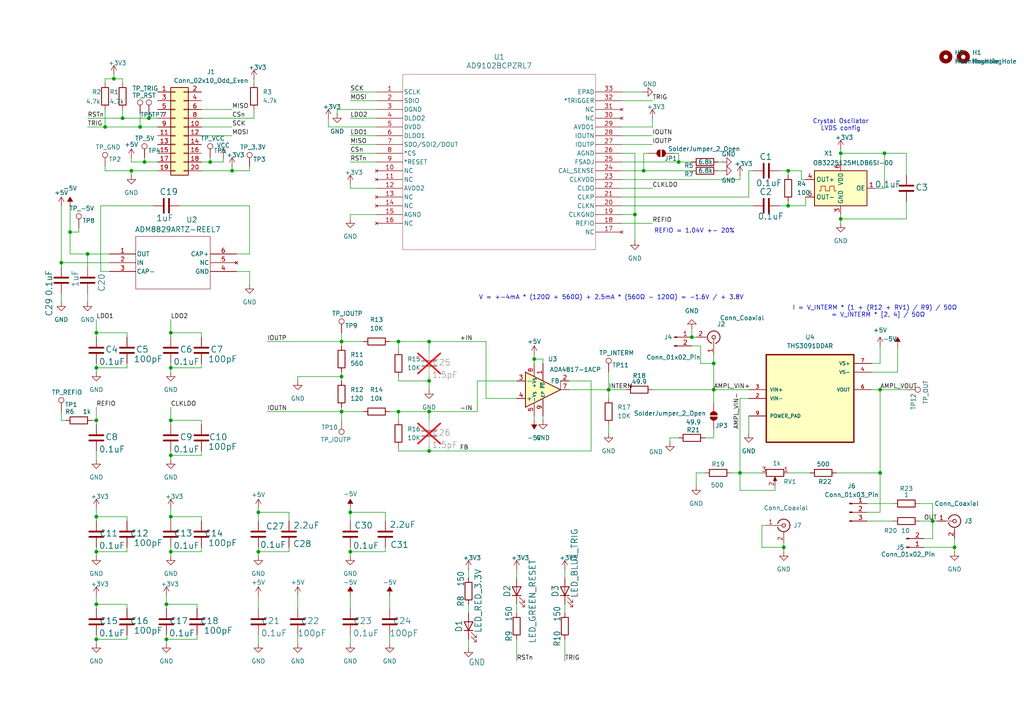
<source format=kicad_sch>
(kicad_sch (version 20231120) (generator "eeschema") (generator_version "8.0")
  (paper "A4")
  (title_block (title "Pico Glitcher Pulse Shaping Extension v1.1") (date "2024-12-27") (rev "v1.0") (company "Faulty Hardware") (comment 1 "Matthias Kesenheimer"))
  (junction (at 214.63 137.16))
  (junction (at 17.78 76.2))
  (junction (at 270.51 151.13))
  (junction (at 115.57 99.06))
  (junction (at 27.94 121.92))
  (junction (at 43.18 34.29))
  (junction (at 41.91 46.99))
  (junction (at 124.46 119.38))
  (junction (at 48.26 175.26))
  (junction (at 101.6 160.02))
  (junction (at 25.4 73.66))
  (junction (at 27.94 149.86))
  (junction (at 115.57 119.38))
  (junction (at 33.02 22.86))
  (junction (at 228.6 59.69))
  (junction (at 256.54 44.45))
  (junction (at 255.27 113.03))
  (junction (at 124.46 110.49))
  (junction (at 49.53 149.86))
  (junction (at 207.01 105.41))
  (junction (at 99.06 119.38))
  (junction (at 176.53 113.03))
  (junction (at 99.06 99.06))
  (junction (at 196.85 46.99))
  (junction (at 200.66 97.79))
  (junction (at 35.56 34.29))
  (junction (at 74.93 160.02))
  (junction (at 27.94 175.26))
  (junction (at 49.53 132.08))
  (junction (at 27.94 160.02))
  (junction (at 27.94 106.68))
  (junction (at 20.32 67.31))
  (junction (at 255.27 137.16))
  (junction (at 49.53 96.52))
  (junction (at 99.06 109.22))
  (junction (at 228.6 49.53))
  (junction (at 48.26 185.42))
  (junction (at 207.01 113.03))
  (junction (at 74.93 148.59))
  (junction (at 243.84 44.45))
  (junction (at 49.53 106.68))
  (junction (at 27.94 185.42))
  (junction (at 184.15 62.23))
  (junction (at 124.46 99.06))
  (junction (at 27.94 96.52))
  (junction (at 101.6 148.59))
  (junction (at 154.94 104.14))
  (junction (at 49.53 160.02))
  (junction (at 276.86 158.75))
  (junction (at 67.31 49.53))
  (junction (at 30.48 36.83))
  (junction (at 186.69 49.53))
  (junction (at 60.96 46.99))
  (junction (at 243.84 63.5))
  (junction (at 227.33 158.75))
  (junction (at 124.46 130.81))
  (junction (at 49.53 121.92))
  (junction (at 38.1 49.53))
  (junction (at 40.64 36.83))
  (wire (pts (xy 251.46 146.05) (xy 259.08 146.05)))
  (wire (pts (xy 115.57 119.38) (xy 115.57 121.92)))
  (wire (pts (xy 68.58 73.66) (xy 72.39 73.66)))
  (wire (pts (xy 73.66 34.29) (xy 73.66 31.75)))
  (wire (pts (xy 165.1 113.03) (xy 176.53 113.03)))
  (wire (pts (xy 207.01 105.41) (xy 207.01 113.03)))
  (wire (pts (xy 83.82 158.75) (xy 83.82 160.02)))
  (wire (pts (xy 99.06 119.38) (xy 105.41 119.38)))
  (wire (pts (xy 189.23 113.03) (xy 207.01 113.03)))
  (wire (pts (xy 233.68 59.69) (xy 228.6 59.69)))
  (wire (pts (xy 157.48 120.65) (xy 157.48 121.92)))
  (wire (pts (xy 180.34 52.07) (xy 214.63 52.07)))
  (wire (pts (xy 86.36 109.22) (xy 86.36 110.49)))
  (wire (pts (xy 115.57 109.22) (xy 115.57 110.49)))
  (wire (pts (xy 180.34 36.83) (xy 189.23 36.83)))
  (wire (pts (xy 180.34 26.67) (xy 186.69 26.67)))
  (wire (pts (xy 194.31 127) (xy 194.31 128.27)))
  (wire (pts (xy 113.03 184.15) (xy 113.03 186.69)))
  (wire (pts (xy 58.42 31.75) (xy 67.31 31.75)))
  (wire (pts (xy 27.94 106.68) (xy 27.94 107.95)))
  (wire (pts (xy 184.15 62.23) (xy 180.34 62.23)))
  (wire (pts (xy 27.94 185.42) (xy 27.94 186.69)))
  (wire (pts (xy 83.82 148.59) (xy 74.93 148.59)))
  (wire (pts (xy 36.83 184.15) (xy 36.83 185.42)))
  (wire (pts (xy 49.53 106.68) (xy 58.42 106.68)))
  (wire (pts (xy 200.66 100.33) (xy 203.2 100.33)))
  (wire (pts (xy 171.45 130.81) (xy 171.45 110.49)))
  (wire (pts (xy 176.53 113.03) (xy 176.53 115.57)))
  (wire (pts (xy 113.03 172.72) (xy 113.03 176.53)))
  (wire (pts (xy 222.25 152.4) (xy 220.98 152.4)))
  (wire (pts (xy 49.53 160.02) (xy 49.53 161.29)))
  (wire (pts (xy 207.01 124.46) (xy 207.01 127)))
  (wire (pts (xy 99.06 119.38) (xy 77.47 119.38)))
  (wire (pts (xy 27.94 175.26) (xy 27.94 176.53)))
  (wire (pts (xy 60.96 46.99) (xy 64.77 46.99)))
  (wire (pts (xy 72.39 48.26) (xy 72.39 49.53)))
  (wire (pts (xy 68.58 78.74) (xy 72.39 78.74)))
  (wire (pts (xy 17.78 121.92) (xy 19.05 121.92)))
  (wire (pts (xy 27.94 149.86) (xy 27.94 151.13)))
  (wire (pts (xy 43.18 33.02) (xy 43.18 34.29)))
  (wire (pts (xy 115.57 129.54) (xy 115.57 130.81)))
  (wire (pts (xy 140.97 115.57) (xy 140.97 99.06)))
  (wire (pts (xy 57.15 184.15) (xy 57.15 185.42)))
  (wire (pts (xy 35.56 22.86) (xy 35.56 24.13)))
  (wire (pts (xy 115.57 130.81) (xy 124.46 130.81)))
  (wire (pts (xy 180.34 44.45) (xy 184.15 44.45)))
  (wire (pts (xy 74.93 148.59) (xy 74.93 151.13)))
  (wire (pts (xy 58.42 97.79) (xy 58.42 96.52)))
  (wire (pts (xy 101.6 29.21) (xy 109.22 29.21)))
  (wire (pts (xy 49.53 147.32) (xy 49.53 149.86)))
  (wire (pts (xy 212.09 137.16) (xy 214.63 137.16)))
  (wire (pts (xy 276.86 158.75) (xy 276.86 160.02)))
  (wire (pts (xy 101.6 44.45) (xy 109.22 44.45)))
  (wire (pts (xy 49.53 160.02) (xy 58.42 160.02)))
  (wire (pts (xy 27.94 106.68) (xy 36.83 106.68)))
  (wire (pts (xy 27.94 96.52) (xy 27.94 97.79)))
  (wire (pts (xy 214.63 115.57) (xy 214.63 137.16)))
  (wire (pts (xy 180.34 54.61) (xy 189.23 54.61)))
  (wire (pts (xy 218.44 49.53) (xy 217.17 49.53)))
  (wire (pts (xy 27.94 158.75) (xy 27.94 160.02)))
  (wire (pts (xy 180.34 39.37) (xy 189.23 39.37)))
  (wire (pts (xy 17.78 59.69) (xy 17.78 76.2)))
  (wire (pts (xy 196.85 127) (xy 194.31 127)))
  (wire (pts (xy 115.57 99.06) (xy 115.57 101.6)))
  (wire (pts (xy 101.6 26.67) (xy 109.22 26.67)))
  (wire (pts (xy 140.97 115.57) (xy 149.86 115.57)))
  (wire (pts (xy 67.31 48.26) (xy 67.31 49.53)))
  (wire (pts (xy 41.91 45.72) (xy 41.91 46.99)))
  (wire (pts (xy 124.46 99.06) (xy 124.46 101.6)))
  (wire (pts (xy 226.06 59.69) (xy 228.6 59.69)))
  (wire (pts (xy 186.69 44.45) (xy 186.69 49.53)))
  (wire (pts (xy 195.58 44.45) (xy 196.85 44.45)))
  (wire (pts (xy 138.43 110.49) (xy 138.43 119.38)))
  (wire (pts (xy 49.53 149.86) (xy 58.42 149.86)))
  (wire (pts (xy 49.53 106.68) (xy 49.53 107.95)))
  (wire (pts (xy 58.42 105.41) (xy 58.42 106.68)))
  (wire (pts (xy 214.63 137.16) (xy 220.98 137.16)))
  (wire (pts (xy 33.02 22.86) (xy 35.56 22.86)))
  (wire (pts (xy 200.66 97.79) (xy 201.93 97.79)))
  (wire (pts (xy 232.41 52.07) (xy 232.41 49.53)))
  (wire (pts (xy 49.53 130.81) (xy 49.53 132.08)))
  (wire (pts (xy 115.57 119.38) (xy 124.46 119.38)))
  (wire (pts (xy 115.57 110.49) (xy 124.46 110.49)))
  (wire (pts (xy 256.54 44.45) (xy 256.54 54.61)))
  (wire (pts (xy 157.48 104.14) (xy 154.94 104.14)))
  (wire (pts (xy 72.39 49.53) (xy 67.31 49.53)))
  (wire (pts (xy 113.03 99.06) (xy 115.57 99.06)))
  (wire (pts (xy 48.26 172.72) (xy 48.26 175.26)))
  (wire (pts (xy 184.15 44.45) (xy 184.15 62.23)))
  (wire (pts (xy 64.77 45.72) (xy 64.77 46.99)))
  (wire (pts (xy 99.06 100.33) (xy 99.06 99.06)))
  (wire (pts (xy 207.01 102.87) (xy 207.01 105.41)))
  (wire (pts (xy 214.63 50.8) (xy 214.63 52.07)))
  (wire (pts (xy 27.94 172.72) (xy 27.94 175.26)))
  (wire (pts (xy 36.83 176.53) (xy 36.83 175.26)))
  (wire (pts (xy 196.85 46.99) (xy 200.66 46.99)))
  (wire (pts (xy 29.21 59.69) (xy 29.21 78.74)))
  (wire (pts (xy 27.94 121.92) (xy 27.94 123.19)))
  (wire (pts (xy 27.94 175.26) (xy 36.83 175.26)))
  (wire (pts (xy 73.66 22.86) (xy 73.66 24.13)))
  (wire (pts (xy 99.06 118.11) (xy 99.06 119.38)))
  (wire (pts (xy 176.53 113.03) (xy 181.61 113.03)))
  (wire (pts (xy 203.2 105.41) (xy 207.01 105.41)))
  (wire (pts (xy 267.97 156.21) (xy 270.51 156.21)))
  (wire (pts (xy 25.4 34.29) (xy 35.56 34.29)))
  (wire (pts (xy 49.53 96.52) (xy 58.42 96.52)))
  (wire (pts (xy 207.01 113.03) (xy 207.01 116.84)))
  (wire (pts (xy 44.45 59.69) (xy 29.21 59.69)))
  (wire (pts (xy 163.83 185.42) (xy 163.83 191.77)))
  (wire (pts (xy 101.6 172.72) (xy 101.6 176.53)))
  (wire (pts (xy 163.83 165.1) (xy 163.83 167.64)))
  (wire (pts (xy 217.17 49.53) (xy 217.17 57.15)))
  (wire (pts (xy 27.94 185.42) (xy 36.83 185.42)))
  (wire (pts (xy 38.1 49.53) (xy 38.1 50.8)))
  (wire (pts (xy 203.2 100.33) (xy 203.2 105.41)))
  (wire (pts (xy 26.67 121.92) (xy 27.94 121.92)))
  (wire (pts (xy 260.35 100.33) (xy 260.35 107.95)))
  (wire (pts (xy 101.6 41.91) (xy 109.22 41.91)))
  (wire (pts (xy 124.46 130.81) (xy 171.45 130.81)))
  (wire (pts (xy 17.78 77.47) (xy 17.78 76.2)))
  (wire (pts (xy 49.53 118.11) (xy 49.53 121.92)))
  (wire (pts (xy 74.93 158.75) (xy 74.93 160.02)))
  (wire (pts (xy 31.75 76.2) (xy 17.78 76.2)))
  (wire (pts (xy 254 54.61) (xy 256.54 54.61)))
  (wire (pts (xy 48.26 175.26) (xy 48.26 176.53)))
  (wire (pts (xy 124.46 119.38) (xy 124.46 121.92)))
  (wire (pts (xy 27.94 92.71) (xy 27.94 96.52)))
  (wire (pts (xy 27.94 149.86) (xy 36.83 149.86)))
  (wire (pts (xy 224.79 142.24) (xy 214.63 142.24)))
  (wire (pts (xy 29.21 78.74) (xy 31.75 78.74)))
  (wire (pts (xy 124.46 110.49) (xy 124.46 113.03)))
  (wire (pts (xy 101.6 46.99) (xy 109.22 46.99)))
  (wire (pts (xy 27.94 184.15) (xy 27.94 185.42)))
  (wire (pts (xy 58.42 123.19) (xy 58.42 121.92)))
  (wire (pts (xy 25.4 73.66) (xy 25.4 77.47)))
  (wire (pts (xy 27.94 160.02) (xy 36.83 160.02)))
  (wire (pts (xy 243.84 44.45) (xy 243.84 46.99)))
  (wire (pts (xy 95.25 34.29) (xy 95.25 36.83)))
  (wire (pts (xy 83.82 160.02) (xy 74.93 160.02)))
  (wire (pts (xy 74.93 160.02) (xy 74.93 161.29)))
  (wire (pts (xy 217.17 120.65) (xy 217.17 125.73)))
  (wire (pts (xy 27.94 160.02) (xy 27.94 161.29)))
  (wire (pts (xy 83.82 151.13) (xy 83.82 148.59)))
  (wire (pts (xy 109.22 54.61) (xy 101.6 54.61)))
  (wire (pts (xy 17.78 119.38) (xy 17.78 121.92)))
  (wire (pts (xy 101.6 160.02) (xy 101.6 161.29)))
  (wire (pts (xy 251.46 148.59) (xy 255.27 148.59)))
  (wire (pts (xy 36.83 97.79) (xy 36.83 96.52)))
  (wire (pts (xy 184.15 62.23) (xy 184.15 69.85)))
  (wire (pts (xy 208.28 46.99) (xy 209.55 46.99)))
  (wire (pts (xy 43.18 34.29) (xy 45.72 34.29)))
  (wire (pts (xy 255.27 148.59) (xy 255.27 137.16)))
  (wire (pts (xy 163.83 175.26) (xy 163.83 177.8)))
  (wire (pts (xy 48.26 185.42) (xy 57.15 185.42)))
  (wire (pts (xy 227.33 157.48) (xy 227.33 158.75)))
  (wire (pts (xy 48.26 184.15) (xy 48.26 185.42)))
  (wire (pts (xy 228.6 137.16) (xy 234.95 137.16)))
  (wire (pts (xy 220.98 158.75) (xy 227.33 158.75)))
  (wire (pts (xy 52.07 59.69) (xy 72.39 59.69)))
  (wire (pts (xy 252.73 113.03) (xy 255.27 113.03)))
  (wire (pts (xy 252.73 107.95) (xy 260.35 107.95)))
  (wire (pts (xy 49.53 158.75) (xy 49.53 160.02)))
  (wire (pts (xy 74.93 172.72) (xy 74.93 176.53)))
  (wire (pts (xy 86.36 184.15) (xy 86.36 186.69)))
  (wire (pts (xy 38.1 46.99) (xy 41.91 46.99)))
  (wire (pts (xy 31.75 73.66) (xy 25.4 73.66)))
  (wire (pts (xy 99.06 119.38) (xy 99.06 121.92)))
  (wire (pts (xy 176.53 107.95) (xy 176.53 113.03)))
  (wire (pts (xy 72.39 78.74) (xy 72.39 82.55)))
  (wire (pts (xy 58.42 151.13) (xy 58.42 149.86)))
  (wire (pts (xy 74.93 184.15) (xy 74.93 186.69)))
  (wire (pts (xy 214.63 115.57) (xy 217.17 115.57)))
  (wire (pts (xy 154.94 120.65) (xy 154.94 121.92)))
  (wire (pts (xy 49.53 149.86) (xy 49.53 151.13)))
  (wire (pts (xy 154.94 102.87) (xy 154.94 104.14)))
  (wire (pts (xy 30.48 36.83) (xy 30.48 31.75)))
  (wire (pts (xy 99.06 109.22) (xy 99.06 110.49)))
  (wire (pts (xy 124.46 110.49) (xy 124.46 109.22)))
  (wire (pts (xy 149.86 185.42) (xy 149.86 191.77)))
  (wire (pts (xy 74.93 147.32) (xy 74.93 148.59)))
  (wire (pts (xy 270.51 151.13) (xy 271.78 151.13)))
  (wire (pts (xy 267.97 158.75) (xy 276.86 158.75)))
  (wire (pts (xy 49.53 132.08) (xy 49.53 133.35)))
  (wire (pts (xy 243.84 62.23) (xy 243.84 63.5)))
  (wire (pts (xy 57.15 176.53) (xy 57.15 175.26)))
  (wire (pts (xy 124.46 99.06) (xy 140.97 99.06)))
  (wire (pts (xy 30.48 36.83) (xy 40.64 36.83)))
  (wire (pts (xy 99.06 107.95) (xy 99.06 109.22)))
  (wire (pts (xy 58.42 39.37) (xy 67.31 39.37)))
  (wire (pts (xy 180.34 49.53) (xy 186.69 49.53)))
  (wire (pts (xy 270.51 156.21) (xy 270.51 151.13)))
  (wire (pts (xy 101.6 39.37) (xy 109.22 39.37)))
  (wire (pts (xy 256.54 44.45) (xy 262.89 44.45)))
  (wire (pts (xy 200.66 95.25) (xy 200.66 97.79)))
  (wire (pts (xy 30.48 24.13) (xy 30.48 22.86)))
  (wire (pts (xy 30.48 49.53) (xy 38.1 49.53)))
  (wire (pts (xy 27.94 147.32) (xy 27.94 149.86)))
  (wire (pts (xy 35.56 31.75) (xy 35.56 34.29)))
  (wire (pts (xy 207.01 127) (xy 204.47 127)))
  (wire (pts (xy 201.93 137.16) (xy 204.47 137.16)))
  (wire (pts (xy 124.46 119.38) (xy 138.43 119.38)))
  (wire (pts (xy 58.42 49.53) (xy 67.31 49.53)))
  (wire (pts (xy 228.6 49.53) (xy 228.6 50.8)))
  (wire (pts (xy 60.96 45.72) (xy 60.96 46.99)))
  (wire (pts (xy 36.83 105.41) (xy 36.83 106.68)))
  (wire (pts (xy 262.89 50.8) (xy 262.89 44.45)))
  (wire (pts (xy 180.34 29.21) (xy 189.23 29.21)))
  (wire (pts (xy 58.42 130.81) (xy 58.42 132.08)))
  (wire (pts (xy 220.98 152.4) (xy 220.98 158.75)))
  (wire (pts (xy 99.06 99.06) (xy 105.41 99.06)))
  (wire (pts (xy 48.26 175.26) (xy 57.15 175.26)))
  (wire (pts (xy 58.42 36.83) (xy 67.31 36.83)))
  (wire (pts (xy 58.42 34.29) (xy 73.66 34.29)))
  (wire (pts (xy 20.32 67.31) (xy 20.32 73.66)))
  (wire (pts (xy 49.53 105.41) (xy 49.53 106.68)))
  (wire (pts (xy 17.78 85.09) (xy 17.78 87.63)))
  (wire (pts (xy 33.02 21.59) (xy 33.02 22.86)))
  (wire (pts (xy 36.83 158.75) (xy 36.83 160.02)))
  (wire (pts (xy 233.68 52.07) (xy 232.41 52.07)))
  (wire (pts (xy 196.85 44.45) (xy 196.85 46.99)))
  (wire (pts (xy 22.86 67.31) (xy 20.32 67.31)))
  (wire (pts (xy 25.4 85.09) (xy 25.4 87.63)))
  (wire (pts (xy 49.53 96.52) (xy 49.53 97.79)))
  (wire (pts (xy 180.34 57.15) (xy 217.17 57.15)))
  (wire (pts (xy 255.27 100.33) (xy 255.27 105.41)))
  (wire (pts (xy 86.36 172.72) (xy 86.36 176.53)))
  (wire (pts (xy 189.23 34.29) (xy 189.23 36.83)))
  (wire (pts (xy 180.34 59.69) (xy 218.44 59.69)))
  (wire (pts (xy 270.51 146.05) (xy 270.51 151.13)))
  (wire (pts (xy 101.6 62.23) (xy 101.6 63.5)))
  (wire (pts (xy 111.76 158.75) (xy 111.76 160.02)))
  (wire (pts (xy 77.47 99.06) (xy 99.06 99.06)))
  (wire (pts (xy 243.84 43.18) (xy 243.84 44.45)))
  (wire (pts (xy 224.79 142.24) (xy 224.79 140.97)))
  (wire (pts (xy 201.93 137.16) (xy 201.93 140.97)))
  (wire (pts (xy 48.26 185.42) (xy 48.26 186.69)))
  (wire (pts (xy 72.39 59.69) (xy 72.39 73.66)))
  (wire (pts (xy 49.53 121.92) (xy 49.53 123.19)))
  (wire (pts (xy 243.84 44.45) (xy 256.54 44.45)))
  (wire (pts (xy 233.68 57.15) (xy 233.68 59.69)))
  (wire (pts (xy 30.48 22.86) (xy 33.02 22.86)))
  (wire (pts (xy 165.1 110.49) (xy 171.45 110.49)))
  (wire (pts (xy 149.86 165.1) (xy 149.86 167.64)))
  (wire (pts (xy 232.41 49.53) (xy 228.6 49.53)))
  (wire (pts (xy 99.06 96.52) (xy 99.06 99.06)))
  (wire (pts (xy 111.76 148.59) (xy 111.76 151.13)))
  (wire (pts (xy 154.94 104.14) (xy 154.94 105.41)))
  (wire (pts (xy 266.7 146.05) (xy 270.51 146.05)))
  (wire (pts (xy 97.79 31.75) (xy 97.79 33.02)))
  (wire (pts (xy 101.6 53.34) (xy 101.6 54.61)))
  (wire (pts (xy 27.94 130.81) (xy 27.94 133.35)))
  (wire (pts (xy 49.53 92.71) (xy 49.53 96.52)))
  (wire (pts (xy 38.1 49.53) (xy 45.72 49.53)))
  (wire (pts (xy 111.76 160.02) (xy 101.6 160.02)))
  (wire (pts (xy 101.6 34.29) (xy 109.22 34.29)))
  (wire (pts (xy 113.03 119.38) (xy 115.57 119.38)))
  (wire (pts (xy 58.42 158.75) (xy 58.42 160.02)))
  (wire (pts (xy 262.89 63.5) (xy 243.84 63.5)))
  (wire (pts (xy 25.4 36.83) (xy 30.48 36.83)))
  (wire (pts (xy 40.64 33.02) (xy 40.64 36.83)))
  (wire (pts (xy 101.6 148.59) (xy 101.6 151.13)))
  (wire (pts (xy 149.86 175.26) (xy 149.86 177.8)))
  (wire (pts (xy 176.53 123.19) (xy 176.53 125.73)))
  (wire (pts (xy 109.22 31.75) (xy 97.79 31.75)))
  (wire (pts (xy 180.34 64.77) (xy 189.23 64.77)))
  (wire (pts (xy 138.43 110.49) (xy 149.86 110.49)))
  (wire (pts (xy 20.32 59.69) (xy 20.32 67.31)))
  (wire (pts (xy 49.53 132.08) (xy 58.42 132.08)))
  (wire (pts (xy 227.33 158.75) (xy 227.33 160.02)))
  (wire (pts (xy 36.83 151.13) (xy 36.83 149.86)))
  (wire (pts (xy 27.94 105.41) (xy 27.94 106.68)))
  (wire (pts (xy 255.27 113.03) (xy 262.89 113.03)))
  (wire (pts (xy 30.48 48.26) (xy 30.48 49.53)))
  (wire (pts (xy 276.86 156.21) (xy 276.86 158.75)))
  (wire (pts (xy 27.94 96.52) (xy 36.83 96.52)))
  (wire (pts (xy 266.7 151.13) (xy 270.51 151.13)))
  (wire (pts (xy 135.89 165.1) (xy 135.89 167.64)))
  (wire (pts (xy 49.53 121.92) (xy 58.42 121.92)))
  (wire (pts (xy 101.6 62.23) (xy 109.22 62.23)))
  (wire (pts (xy 58.42 46.99) (xy 60.96 46.99)))
  (wire (pts (xy 115.57 99.06) (xy 124.46 99.06)))
  (wire (pts (xy 252.73 105.41) (xy 255.27 105.41)))
  (wire (pts (xy 207.01 113.03) (xy 217.17 113.03)))
  (wire (pts (xy 135.89 187.96) (xy 135.89 185.42)) (stroke (width 0.1524)))
  (wire (pts (xy 101.6 184.15) (xy 101.6 186.69)))
  (wire (pts (xy 40.64 36.83) (xy 45.72 36.83)))
  (wire (pts (xy 186.69 49.53) (xy 200.66 49.53)))
  (wire (pts (xy 214.63 142.24) (xy 214.63 137.16)))
  (wire (pts (xy 41.91 46.99) (xy 45.72 46.99)))
  (wire (pts (xy 180.34 41.91) (xy 189.23 41.91)))
  (wire (pts (xy 228.6 58.42) (xy 228.6 59.69)))
  (wire (pts (xy 27.94 118.11) (xy 27.94 121.92)))
  (wire (pts (xy 243.84 63.5) (xy 243.84 64.77)))
  (wire (pts (xy 101.6 148.59) (xy 111.76 148.59)))
  (wire (pts (xy 95.25 36.83) (xy 109.22 36.83)))
  (wire (pts (xy 251.46 151.13) (xy 259.08 151.13)))
  (wire (pts (xy 226.06 49.53) (xy 228.6 49.53)))
  (wire (pts (xy 35.56 34.29) (xy 43.18 34.29)))
  (wire (pts (xy 262.89 58.42) (xy 262.89 63.5)))
  (wire (pts (xy 101.6 147.32) (xy 101.6 148.59)))
  (wire (pts (xy 124.46 130.81) (xy 124.46 129.54)))
  (wire (pts (xy 255.27 113.03) (xy 255.27 137.16)))
  (wire (pts (xy 242.57 137.16) (xy 255.27 137.16)))
  (wire (pts (xy 208.28 49.53) (xy 209.55 49.53)))
  (wire (pts (xy 38.1 45.72) (xy 38.1 46.99)))
  (wire (pts (xy 22.86 66.04) (xy 22.86 67.31)))
  (wire (pts (xy 25.4 73.66) (xy 20.32 73.66)))
  (wire (pts (xy 135.89 177.8) (xy 135.89 175.26)) (stroke (width 0.1524)))
  (wire (pts (xy 101.6 158.75) (xy 101.6 160.02)))
  (wire (pts (xy 187.96 44.45) (xy 186.69 44.45)))
  (wire (pts (xy 180.34 46.99) (xy 196.85 46.99)))
  (wire (pts (xy 157.48 105.41) (xy 157.48 104.14)))
  (wire (pts (xy 86.36 109.22) (xy 99.06 109.22)))
  (text "REFIO = 1.04V +- 20%" (at 201.422 67.056 0) (effects (font (size 1.27 1.27))))
  (text "V = +-4mA * (120Ω + 560Ω) + 2.5mA * (560Ω - 120Ω) = -1.6V / + 3.8V" (at 177.292 86.36 0) (effects (font (size 1.27 1.27))))
  (text "I = V_INTERM * (1 + (R12 + RV1) / R9) / 50Ω\n  = V_INTERM * [2, 4] / 50Ω" (at 253.746 90.424 0) (effects (font (size 1.27 1.27))))
  (text "Crystal Oscilator\nLVDS config" (at 243.84 36.322 0) (effects (font (size 1.27 1.27))))
  (label "LDO2" (at 49.53 92.71 0))
  (label "INTERM" (at 176.53 113.03 0))
  (label "IOUTN" (at 189.23 39.37 0))
  (label "OUT" (at 267.97 151.13 0))
  (label "TRIG" (at 163.83 191.77 0))
  (label "IOUTP" (at 189.23 41.91 0))
  (label "REFIO" (at 189.23 64.77 0))
  (label "CLKLDO" (at 189.23 54.61 0))
  (label "MOSI" (at 67.31 39.37 0))
  (label "IOUTP" (at 77.47 99.06 0))
  (label "+IN" (at 133.35 99.06 0))
  (label "CSn" (at 67.31 34.29 0))
  (label "REFIO" (at 27.94 118.11 0))
  (label "CLKLDO" (at 49.53 118.11 0))
  (label "RSTn" (at 25.4 34.29 0))
  (label "IOUTN" (at 77.47 119.38 0))
  (label "CSn" (at 101.6 44.45 0))
  (label "LDO2" (at 101.6 34.29 0))
  (label "MISO" (at 67.31 31.75 0))
  (label "AMPL_VIN-" (at 214.63 124.46 90))
  (label "TRIG" (at 25.4 36.83 0))
  (label "LDO1" (at 27.94 92.71 0))
  (label "MOSI" (at 101.6 29.21 0))
  (label "RSTn" (at 101.6 46.99 0))
  (label "AMPL_VOUT" (at 255.27 113.03 0))
  (label "RSTn" (at 149.86 191.77 0))
  (label "MISO" (at 101.6 41.91 0))
  (label "AMPL_VIN+" (at 207.01 113.03 0))
  (label "TRIG" (at 189.23 29.21 0))
  (label "SCK" (at 101.6 26.67 0))
  (label "FB" (at 133.35 130.81 0))
  (label "-IN" (at 133.35 119.38 0))
  (label "SCK" (at 67.31 36.83 0))
  (label "LDO1" (at 101.6 39.37 0))
  (symbol (lib_id "Device:C") (at 49.53 154.94 180) (unit 1)
    (property "Reference" "C13" (at 55.88 153.67 0) (effects (font (size 1.778 1.778)) (justify left bottom)))
    (property "Value" "0.1uF" (at 57.912 157.226 0) (effects (font (size 1.778 1.778)) (justify left bottom)))
    (property "Footprint" "Capacitor_SMD:C_0603_1608Metric" (effects (hide yes)))
    (property "Description" "Unpolarized capacitor" (effects (hide yes)))
  )
  (symbol (lib_id "power:GND") (at 200.66 95.25 180) (unit 1)
    (property "Reference" "#PWR055" (effects (hide yes)))
    (property "Value" "GND" (at 200.66 90.17 0))
    (property "Description" "Power symbol creates a global label with name \"GND\" , ground" (effects (hide yes)))
  )
  (symbol (lib_id "Device:C") (at 83.82 154.94 180) (unit 1)
    (property "Reference" "C28" (at 90.424 156.718 0) (effects (font (size 1.778 1.778)) (justify left bottom)))
    (property "Value" "2.2uF" (at 92.71 151.384 0) (effects (font (size 1.778 1.778)) (justify left bottom)))
    (property "Footprint" "Capacitor_SMD:C_0805_2012Metric" (effects (hide yes)))
    (property "Description" "Unpolarized capacitor" (effects (hide yes)))
  )
  (symbol (lib_id "power:GND") (at 201.93 140.97 0) (unit 1)
    (property "Reference" "#PWR050" (effects (hide yes)))
    (property "Value" "GND" (at 201.93 146.05 0))
    (property "Description" "Power symbol creates a global label with name \"GND\" , ground" (effects (hide yes)))
  )
  (symbol (lib_id "Device:C") (at 101.6 180.34 180) (unit 1)
    (property "Reference" "C23" (at 107.95 179.07 0) (effects (font (size 1.778 1.778)) (justify left bottom)))
    (property "Value" "0.1uF" (at 109.982 182.626 0) (effects (font (size 1.778 1.778)) (justify left bottom)))
    (property "Footprint" "Capacitor_SMD:C_0603_1608Metric" (effects (hide yes)))
    (property "Description" "Unpolarized capacitor" (effects (hide yes)))
  )
  (symbol (lib_id "power:GND") (at 157.48 121.92 0) (unit 1)
    (property "Reference" "#PWR054" (effects (hide yes)))
    (property "Value" "GND" (at 157.48 127 0))
    (property "Description" "Power symbol creates a global label with name \"GND\" , ground" (effects (hide yes)))
  )
  (symbol (lib_id "Connector:TestPoint") (at 99.06 96.52 0) (unit 1)
    (property "Reference" "TP9" (at 100.076 94.488 0) (effects (justify left)))
    (property "Value" "TP_IOUTP" (at 96.266 90.932 0) (effects (justify left)))
    (property "Footprint" "TestPoint:TestPoint_Pad_D1.0mm" (effects (hide yes)))
    (property "Description" "test point" (effects (hide yes)))
  )
  (symbol (lib_id "Device:R") (at 163.83 181.61 0) (unit 1)
    (property "Reference" "R10" (at 162.56 182.88 90) (effects (font (size 1.778 1.5113)) (justify right bottom)))
    (property "Value" "150" (at 162.56 180.34 90) (effects (font (size 1.778 1.5113)) (justify left bottom)))
    (property "Footprint" "Resistor_SMD:R_0603_1608Metric" (effects (hide yes)))
    (property "Description" "Resistor" (effects (hide yes)))
  )
  (symbol (lib_id "Connector:TestPoint") (at 17.78 119.38 0) (unit 1)
    (property "Reference" "TP1" (at 18.796 117.348 0) (effects (justify left)))
    (property "Value" "TP_REFIO" (at 14.986 113.792 0) (effects (justify left)))
    (property "Footprint" "TestPoint:TestPoint_Pad_D1.0mm" (effects (hide yes)))
    (property "Description" "test point" (effects (hide yes)))
  )
  (symbol (lib_id "Device:R") (at 262.89 151.13 270) (unit 1)
    (property "Reference" "R20" (at 258.318 153.924 90))
    (property "Value" "10" (at 262.636 153.924 90))
    (property "Footprint" "Resistor_SMD:R_2512_6332Metric" (effects (hide yes)))
    (property "Description" "Resistor" (effects (hide yes)))
  )
  (symbol (lib_id "Connector:TestPoint") (at 41.91 45.72 0) (unit 1)
    (property "Reference" "TP4" (at 42.926 43.688 0) (effects (justify left)))
    (property "Value" "TP_5V" (at 39.116 40.132 0) (effects (justify left)))
    (property "Footprint" "TestPoint:TestPoint_Pad_D1.0mm" (effects (hide yes)))
    (property "Description" "test point" (effects (hide yes)))
  )
  (symbol (lib_id "power:GND") (at 194.31 128.27 0) (unit 1)
    (property "Reference" "#PWR062" (effects (hide yes)))
    (property "Value" "GND" (at 190.246 131.064 0))
    (property "Description" "Power symbol creates a global label with name \"GND\" , ground" (effects (hide yes)))
  )
  (symbol (lib_id "power:GND") (at 227.33 160.02 0) (unit 1)
    (property "Reference" "#PWR064" (effects (hide yes)))
    (property "Value" "GND" (at 227.33 165.1 0))
    (property "Description" "Power symbol creates a global label with name \"GND\" , ground" (effects (hide yes)))
  )
  (symbol (lib_id "power:GND") (at 135.89 187.96 0) (unit 1)
    (property "Reference" "#GND01" (effects (hide yes)))
    (property "Value" "GND" (at 135.89 193.04 0) (effects (font (size 1.778 1.5113)) (justify left bottom)))
    (property "Description" "Power symbol creates a global label with name \"GND\" , ground" (effects (hide yes)))
  )
  (symbol (lib_id "Device:C") (at 113.03 180.34 180) (unit 1)
    (property "Reference" "C24" (at 119.38 179.07 0) (effects (font (size 1.778 1.778)) (justify left bottom)))
    (property "Value" "100pF" (at 121.412 182.626 0) (effects (font (size 1.778 1.778)) (justify left bottom)))
    (property "Footprint" "Capacitor_SMD:C_0603_1608Metric" (effects (hide yes)))
    (property "Description" "Unpolarized capacitor" (effects (hide yes)))
  )
  (symbol (lib_id "power:+5V") (at 17.78 59.69 0) (unit 1)
    (property "Reference" "#PWR035" (effects (hide yes)))
    (property "Value" "+5V" (at 17.78 55.88 0))
    (property "Description" "Power symbol creates a global label with name \"+5V\"" (effects (hide yes)))
  )
  (symbol (lib_id "power:+5V") (at 38.1 45.72 0) (unit 1)
    (property "Reference" "#PWR03" (effects (hide yes)))
    (property "Value" "+5V" (at 38.1 41.91 0))
    (property "Description" "Power symbol creates a global label with name \"+5V\"" (effects (hide yes)))
  )
  (symbol (lib_id "Connector:TestPoint") (at 60.96 45.72 0) (unit 1)
    (property "Reference" "TP5" (at 61.976 43.688 0) (effects (justify left)))
    (property "Value" "TP_VCC" (at 58.166 40.132 0) (effects (justify left)))
    (property "Footprint" "TestPoint:TestPoint_Pad_D1.0mm" (effects (hide yes)))
    (property "Description" "test point" (effects (hide yes)))
  )
  (symbol (lib_id "Connector:TestPoint") (at 72.39 48.26 0) (unit 1)
    (property "Reference" "TP3" (at 73.406 46.228 0) (effects (justify left)))
    (property "Value" "TP_3.3V" (at 69.596 42.672 0) (effects (justify left)))
    (property "Footprint" "TestPoint:TestPoint_Pad_D1.0mm" (effects (hide yes)))
    (property "Description" "test point" (effects (hide yes)))
  )
  (symbol (lib_id "Connector_Generic:Conn_02x10_Odd_Even") (at 50.8 36.83 0) (unit 1)
    (property "Reference" "J1" (at 61.214 20.828 0))
    (property "Value" "Conn_02x10_Odd_Even" (at 61.214 23.368 0))
    (property "Footprint" "Connector_PinHeader_2.54mm:PinHeader_2x10_P2.54mm_Vertical" (effects (hide yes)))
    (property "Description" "Generic connector, double row, 02x10, odd/even pin numbering scheme (row 1 odd numbers, row 2 even numbers), script generated (kicad-library-utils/schlib/autogen/connector/)" (effects (hide yes)))
  )
  (symbol (lib_id "Device:R") (at 22.86 121.92 90) (unit 1)
    (property "Reference" "R6" (at 21.5899 119.38 90) (effects (justify left)))
    (property "Value" "1k" (at 26.416 119.38 90) (effects (justify left)))
    (property "Footprint" "Resistor_SMD:R_0603_1608Metric" (effects (hide yes)))
    (property "Description" "Resistor" (effects (hide yes)))
  )
  (symbol (lib_id "Device:C") (at 74.93 180.34 180) (unit 1)
    (property "Reference" "C21" (at 81.28 179.07 0) (effects (font (size 1.778 1.778)) (justify left bottom)))
    (property "Value" "0.1uF" (at 83.312 182.626 0) (effects (font (size 1.778 1.778)) (justify left bottom)))
    (property "Footprint" "Capacitor_SMD:C_0603_1608Metric" (effects (hide yes)))
    (property "Description" "Unpolarized capacitor" (effects (hide yes)))
  )
  (symbol (lib_id "Jumper:SolderJumper_2_Open") (at 207.01 120.65 270) (unit 1) (exclude_from_sim yes) (in_bom no)
    (property "Reference" "JP3" (at 209.296 123.444 90))
    (property "Value" "SolderJumper_2_Open" (at 194.31 119.888 90))
    (property "Footprint" "Jumper:SolderJumper-2_P1.3mm_Open_TrianglePad1.0x1.5mm" (effects (hide yes)))
    (property "Description" "Solder Jumper, 2-pole, open" (effects (hide yes)))
  )
  (symbol (lib_id "Device:R") (at 200.66 127 90) (unit 1)
    (property "Reference" "R21" (at 199.136 124.714 90) (effects (justify right)))
    (property "Value" "49.9" (at 198.882 122.428 90) (effects (justify right)))
    (property "Footprint" "Resistor_SMD:R_0603_1608Metric" (effects (hide yes)))
    (property "Description" "Resistor" (effects (hide yes)))
  )
  (symbol (lib_id "Device:R") (at 109.22 119.38 270) (unit 1)
    (property "Reference" "R14" (at 109.22 113.03 90))
    (property "Value" "10k" (at 109.22 115.57 90))
    (property "Footprint" "Resistor_SMD:R_0603_1608Metric" (effects (hide yes)))
    (property "Description" "Resistor" (effects (hide yes)))
  )
  (symbol (lib_id "Device:C") (at 49.53 127 180) (unit 1)
    (property "Reference" "C9" (at 55.88 125.73 0) (effects (font (size 1.778 1.778)) (justify left bottom)))
    (property "Value" "0.1uF" (at 57.912 129.286 0) (effects (font (size 1.778 1.778)) (justify left bottom)))
    (property "Footprint" "Capacitor_SMD:C_0603_1608Metric" (effects (hide yes)))
    (property "Description" "Unpolarized capacitor" (effects (hide yes)))
  )
  (symbol (lib_id "power:+3V3") (at 214.63 50.8 0) (unit 1)
    (property "Reference" "#PWR019" (effects (hide yes)))
    (property "Value" "+3V3" (at 215.646 47.498 0))
    (property "Description" "Power symbol creates a global label with name \"+3V3\"" (effects (hide yes)))
  )
  (symbol (lib_id "Mechanical:MountingHole") (at 279.4 16.51 0) (unit 1) (exclude_from_sim yes) (in_bom no)
    (property "Reference" "H1" (at 281.94 15.2399 0) (effects (justify left)))
    (property "Value" "MountingHole" (at 281.94 17.7799 0) (effects (justify left)))
    (property "Footprint" "MountingHole:MountingHole_3mm" (effects (hide yes)))
    (property "Description" "Mounting Hole without connection" (effects (hide yes)))
  )
  (symbol (lib_id "power:-5V") (at 20.32 59.69 0) (unit 1)
    (property "Reference" "#PWR036" (effects (hide yes)))
    (property "Value" "-5V" (at 20.32 54.61 0))
    (property "Description" "Power symbol creates a global label with name \"-5V\"" (effects (hide yes)))
  )
  (symbol (lib_id "Device:C") (at 124.46 125.73 180) (unit 1) (dnp yes)
    (property "Reference" "C26" (at 130.81 124.46 0) (effects (font (size 1.778 1.778)) (justify left bottom)))
    (property "Value" "1.5pF" (at 132.842 128.016 0) (effects (font (size 1.778 1.778)) (justify left bottom)))
    (property "Footprint" "Capacitor_SMD:C_0603_1608Metric" (effects (hide yes)))
    (property "Description" "Unpolarized capacitor" (effects (hide yes)))
  )
  (symbol (lib_id "Device:C") (at 74.93 154.94 180) (unit 1)
    (property "Reference" "C27" (at 82.55 151.638 0) (effects (font (size 1.778 1.778)) (justify left bottom)))
    (property "Value" "0.1uF" (at 83.058 156.972 0) (effects (font (size 1.778 1.778)) (justify left bottom)))
    (property "Footprint" "Capacitor_SMD:C_0603_1608Metric" (effects (hide yes)))
    (property "Description" "Unpolarized capacitor" (effects (hide yes)))
  )
  (symbol (lib_id "THS3091DDAR:THS3091DDAR") (at 234.95 115.57 0) (unit 1)
    (property "Reference" "U4" (at 234.95 97.79 0))
    (property "Value" "THS3091DDAR" (at 234.95 100.33 0))
    (property "Footprint" "footprints:VREG_LM5017MR_NOPB" (effects (hide yes)))
    (property "MF" "Texas Instruments" (effects (hide yes)))
    (property "Description_1" "\n                        \n                            Single, high-voltage low-distortion current-feedback operational amplifier\n                        \n" (effects (hide yes)))
    (property "Package" "HSOIC-8 Texas Instruments" (effects (hide yes)))
    (property "Price" "None" (effects (hide yes)))
    (property "SnapEDA_Link" "https://www.snapeda.com/parts/THS3091DDAR/Texas+Instruments/view-part/?ref=snap" (effects (hide yes)))
    (property "MP" "THS3091DDAR" (effects (hide yes)))
    (property "Availability" "In Stock" (effects (hide yes)))
    (property "Check_prices" "https://www.snapeda.com/parts/THS3091DDAR/Texas+Instruments/view-part/?ref=eda" (effects (hide yes)))
  )
  (symbol (lib_id "power:+5V") (at 255.27 100.33 0) (unit 1)
    (property "Reference" "#PWR051" (effects (hide yes)))
    (property "Value" "+5V" (at 255.27 95.758 0))
    (property "Description" "Power symbol creates a global label with name \"+5V\"" (effects (hide yes)))
  )
  (symbol (lib_id "Device:R") (at 204.47 49.53 90) (unit 1)
    (property "Reference" "R7" (at 201.168 50.546 90) (effects (justify left)))
    (property "Value" "6.8k" (at 206.756 49.53 90) (effects (justify left)))
    (property "Footprint" "Resistor_SMD:R_0603_1608Metric" (effects (hide yes)))
    (property "Description" "Resistor" (effects (hide yes)))
  )
  (symbol (lib_id "Device:C") (at 111.76 154.94 180) (unit 1)
    (property "Reference" "C31" (at 118.618 156.972 0) (effects (font (size 1.778 1.778)) (justify left bottom)))
    (property "Value" "2.2uF" (at 120.65 151.13 0) (effects (font (size 1.778 1.778)) (justify left bottom)))
    (property "Footprint" "Capacitor_SMD:C_0805_2012Metric" (effects (hide yes)))
    (property "Description" "Unpolarized capacitor" (effects (hide yes)))
  )
  (symbol (lib_id "power:-5V") (at 154.94 121.92 180) (unit 1)
    (property "Reference" "#PWR048" (effects (hide yes)))
    (property "Value" "-5V" (at 154.94 127 0))
    (property "Description" "Power symbol creates a global label with name \"-5V\"" (effects (hide yes)))
  )
  (symbol (lib_id "Device:C") (at 27.94 127 180) (unit 1)
    (property "Reference" "C8" (at 34.29 125.73 0) (effects (font (size 1.778 1.778)) (justify left bottom)))
    (property "Value" "0.1uF" (at 36.322 129.286 0) (effects (font (size 1.778 1.778)) (justify left bottom)))
    (property "Footprint" "Capacitor_SMD:C_0603_1608Metric" (effects (hide yes)))
    (property "Description" "Unpolarized capacitor" (effects (hide yes)))
  )
  (symbol (lib_id "Device:R") (at 115.57 125.73 180) (unit 1)
    (property "Reference" "R16" (at 118.11 124.4599 0) (effects (justify right)))
    (property "Value" "10K" (at 118.11 126.9999 0) (effects (justify right)))
    (property "Footprint" "Resistor_SMD:R_0603_1608Metric" (effects (hide yes)))
    (property "Description" "Resistor" (effects (hide yes)))
  )
  (symbol (lib_id "power:+3V3") (at 33.02 21.59 0) (unit 1)
    (property "Reference" "#PWR06" (effects (hide yes)))
    (property "Value" "+3V3" (at 34.036 18.288 0))
    (property "Description" "Power symbol creates a global label with name \"+3V3\"" (effects (hide yes)))
  )
  (symbol (lib_id "Device:C") (at 48.26 180.34 180) (unit 1)
    (property "Reference" "C17" (at 54.61 179.07 0) (effects (font (size 1.778 1.778)) (justify left bottom)))
    (property "Value" "0.1uF" (at 56.642 182.626 0) (effects (font (size 1.778 1.778)) (justify left bottom)))
    (property "Footprint" "Capacitor_SMD:C_0603_1608Metric" (effects (hide yes)))
    (property "Description" "Unpolarized capacitor" (effects (hide yes)))
  )
  (symbol (lib_id "power:+3V3") (at 73.66 22.86 0) (unit 1)
    (property "Reference" "#PWR05" (effects (hide yes)))
    (property "Value" "+3V3" (at 74.676 19.558 0))
    (property "Description" "Power symbol creates a global label with name \"+3V3\"" (effects (hide yes)))
  )
  (symbol (lib_id "power:GND") (at 86.36 110.49 0) (unit 1)
    (property "Reference" "#PWR045" (effects (hide yes)))
    (property "Value" "GND" (at 86.36 115.57 0))
    (property "Description" "Power symbol creates a global label with name \"GND\" , ground" (effects (hide yes)))
  )
  (symbol (lib_id "Connector:TestPoint") (at 22.86 66.04 0) (unit 1)
    (property "Reference" "TP8" (at 23.876 64.008 0) (effects (justify left)))
    (property "Value" "TP_-5V" (at 20.066 60.452 0) (effects (justify left)))
    (property "Footprint" "TestPoint:TestPoint_Pad_D1.0mm" (effects (hide yes)))
    (property "Description" "test point" (effects (hide yes)))
  )
  (symbol (lib_id "Device:C") (at 58.42 101.6 180) (unit 1)
    (property "Reference" "C7" (at 64.77 100.33 0) (effects (font (size 1.778 1.778)) (justify left bottom)))
    (property "Value" "100pF" (at 68.834 103.124 0) (effects (font (size 1.778 1.778)) (justify left bottom)))
    (property "Footprint" "Capacitor_SMD:C_0603_1608Metric" (effects (hide yes)))
    (property "Description" "Unpolarized capacitor" (effects (hide yes)))
  )
  (symbol (lib_id "power:+3V3") (at 243.84 43.18 0) (unit 1)
    (property "Reference" "#PWR07" (effects (hide yes)))
    (property "Value" "+3V3" (at 244.856 39.878 0))
    (property "Description" "Power symbol creates a global label with name \"+3V3\"" (effects (hide yes)))
  )
  (symbol (lib_id "Device:R") (at 99.06 104.14 0) (unit 1)
    (property "Reference" "R11" (at 101.6 102.8699 0) (effects (justify left)))
    (property "Value" "560" (at 101.6 105.4099 0) (effects (justify left)))
    (property "Footprint" "Resistor_SMD:R_0603_1608Metric" (effects (hide yes)))
    (property "Description" "Resistor" (effects (hide yes)))
  )
  (symbol (lib_id "Device:C") (at 101.6 154.94 180) (unit 1)
    (property "Reference" "C30" (at 108.204 151.384 0) (effects (font (size 1.778 1.778)) (justify left bottom)))
    (property "Value" "0.1uF" (at 109.982 157.226 0) (effects (font (size 1.778 1.778)) (justify left bottom)))
    (property "Footprint" "Capacitor_SMD:C_0603_1608Metric" (effects (hide yes)))
    (property "Description" "Unpolarized capacitor" (effects (hide yes)))
  )
  (symbol (lib_id "power:GND") (at 243.84 64.77 0) (unit 1)
    (property "Reference" "#PWR08" (effects (hide yes)))
    (property "Value" "GND" (at 243.84 69.85 0))
    (property "Description" "Power symbol creates a global label with name \"GND\" , ground" (effects (hide yes)))
  )
  (symbol (lib_id "power:GND") (at 209.55 49.53 90) (unit 1)
    (property "Reference" "#PWR020" (effects (hide yes)))
    (property "Value" "GND" (at 211.328 52.324 90))
    (property "Description" "Power symbol creates a global label with name \"GND\" , ground" (effects (hide yes)))
  )
  (symbol (lib_id "Connector:Conn_Coaxial") (at 276.86 151.13 0) (unit 1)
    (property "Reference" "J3" (at 279.654 151.13 0) (effects (justify left)))
    (property "Value" "Conn_Coaxial" (at 271.018 146.05 0) (effects (justify left)))
    (property "Footprint" "Connector_Coaxial:SMA_Amphenol_901-144_Vertical" (effects (hide yes)))
    (property "Description" "coaxial connector (BNC, SMA, SMB, SMC, Cinch/RCA, LEMO, ...)" (effects (hide yes)))
  )
  (symbol (lib_id "power:GND") (at 176.53 125.73 0) (unit 1)
    (property "Reference" "#PWR049" (effects (hide yes)))
    (property "Value" "GND" (at 176.53 130.81 0))
    (property "Description" "Power symbol creates a global label with name \"GND\" , ground" (effects (hide yes)))
  )
  (symbol (lib_id "Connector:TestPoint") (at 262.89 113.03 270) (unit 1)
    (property "Reference" "TP12" (at 264.922 114.046 0) (effects (justify left)))
    (property "Value" "TP_OUT" (at 268.478 110.236 0) (effects (justify left)))
    (property "Footprint" "TestPoint:TestPoint_Pad_D1.0mm" (effects (hide yes)))
    (property "Description" "test point" (effects (hide yes)))
  )
  (symbol (lib_id "power:GND") (at 17.78 87.63 0) (unit 1)
    (property "Reference" "#PWR061" (effects (hide yes)))
    (property "Value" "GND" (at 17.78 92.71 0))
    (property "Description" "Power symbol creates a global label with name \"GND\" , ground" (effects (hide yes)))
  )
  (symbol (lib_id "Connector:Conn_Coaxial") (at 207.01 97.79 270) (mirror x) (unit 1)
    (property "Reference" "J2" (at 207.9869 93.98 90) (effects (justify left)))
    (property "Value" "Conn_Coaxial" (at 208.788 92.202 90) (effects (justify left)))
    (property "Footprint" "Connector_Coaxial:SMA_Amphenol_901-144_Vertical" (effects (hide yes)))
    (property "Description" "coaxial connector (BNC, SMA, SMB, SMC, Cinch/RCA, LEMO, ...)" (effects (hide yes)))
  )
  (symbol (lib_id "power:GND") (at 38.1 50.8 0) (unit 1)
    (property "Reference" "#PWR04" (effects (hide yes)))
    (property "Value" "GND" (at 38.1 55.88 0))
    (property "Description" "Power symbol creates a global label with name \"GND\" , ground" (effects (hide yes)))
  )
  (symbol (lib_id "Device:C") (at 17.78 81.28 180) (unit 1)
    (property "Reference" "C29" (at 13.208 86.36 90) (effects (font (size 1.778 1.778)) (justify left bottom)))
    (property "Value" "0.1uF" (at 13.208 78.232 90) (effects (font (size 1.778 1.778)) (justify left bottom)))
    (property "Footprint" "Capacitor_SMD:C_0603_1608Metric" (effects (hide yes)))
    (property "Description" "Unpolarized capacitor" (effects (hide yes)))
  )
  (symbol (lib_id "power:+5V") (at 154.94 102.87 0) (unit 1)
    (property "Reference" "#PWR047" (effects (hide yes)))
    (property "Value" "+5V" (at 154.94 99.06 0))
    (property "Description" "Power symbol creates a global label with name \"+5V\"" (effects (hide yes)))
  )
  (symbol (lib_id "power:GND") (at 48.26 186.69 0) (unit 1)
    (property "Reference" "#PWR030" (effects (hide yes)))
    (property "Value" "GND" (at 48.26 191.77 0))
    (property "Description" "Power symbol creates a global label with name \"GND\" , ground" (effects (hide yes)))
  )
  (symbol (lib_id "Device:LED") (at 163.83 171.45 90) (unit 1)
    (property "Reference" "D3" (at 162.052 171.45 0) (effects (font (size 1.778 1.778)) (justify bottom)))
    (property "Value" "LED_BLUE_TRIG" (at 167.64 173.482 0) (effects (font (size 1.778 1.778)) (justify left bottom)))
    (property "Footprint" "LED_SMD:LED_0603_1608Metric" (effects (hide yes)))
    (property "Description" "Light emitting diode" (effects (hide yes)))
  )
  (symbol (lib_id "Device:C") (at 57.15 180.34 180) (unit 1)
    (property "Reference" "C18" (at 63.5 179.07 0) (effects (font (size 1.778 1.778)) (justify left bottom)))
    (property "Value" "100pF" (at 67.564 181.864 0) (effects (font (size 1.778 1.778)) (justify left bottom)))
    (property "Footprint" "Capacitor_SMD:C_0603_1608Metric" (effects (hide yes)))
    (property "Description" "Unpolarized capacitor" (effects (hide yes)))
  )
  (symbol (lib_id "power:-5V") (at 101.6 172.72 0) (unit 1)
    (property "Reference" "#PWR041" (effects (hide yes)))
    (property "Value" "-5V" (at 101.6 168.91 0))
    (property "Description" "Power symbol creates a global label with name \"-5V\"" (effects (hide yes)))
  )
  (symbol (lib_id "Device:R") (at 35.56 27.94 0) (unit 1)
    (property "Reference" "R1" (at 31.75 26.67 0) (effects (justify left)))
    (property "Value" "4.7k" (at 31.75 29.464 0) (effects (justify left)))
    (property "Footprint" "Resistor_SMD:R_0603_1608Metric" (effects (hide yes)))
    (property "Description" "Resistor" (effects (hide yes)))
  )
  (symbol (lib_id "power:GND") (at 217.17 125.73 0) (unit 1)
    (property "Reference" "#PWR056" (effects (hide yes)))
    (property "Value" "GND" (at 217.17 130.81 0))
    (property "Description" "Power symbol creates a global label with name \"GND\" , ground" (effects (hide yes)))
  )
  (symbol (lib_id "Connector:Conn_01x02_Pin") (at 195.58 97.79 0) (unit 1)
    (property "Reference" "J4" (at 193.802 97.79 0))
    (property "Value" "Conn_01x02_Pin" (at 195.326 103.632 0))
    (property "Footprint" "Connector_PinHeader_2.54mm:PinHeader_1x02_P2.54mm_Vertical" (effects (hide yes)))
    (property "Description" "Generic connector, single row, 01x02, script generated" (effects (hide yes)))
  )
  (symbol (lib_id "Connector:TestPoint") (at 40.64 33.02 0) (unit 1)
    (property "Reference" "TP6" (at 40.64 33.274 0) (effects (justify left)))
    (property "Value" "TP_TRIG" (at 38.354 25.654 0) (effects (justify left)))
    (property "Footprint" "TestPoint:TestPoint_Pad_D1.0mm" (effects (hide yes)))
    (property "Description" "test point" (effects (hide yes)))
  )
  (symbol (lib_id "Device:R") (at 109.22 99.06 270) (unit 1)
    (property "Reference" "R13" (at 109.22 92.71 90))
    (property "Value" "10K" (at 109.22 95.25 90))
    (property "Footprint" "Resistor_SMD:R_0603_1608Metric" (effects (hide yes)))
    (property "Description" "Resistor" (effects (hide yes)))
  )
  (symbol (lib_id "Device:R") (at 185.42 113.03 90) (unit 1)
    (property "Reference" "R18" (at 185.42 108.966 90))
    (property "Value" "49.9" (at 185.42 110.744 90))
    (property "Footprint" "Resistor_SMD:R_0603_1608Metric" (effects (hide yes)))
    (property "Description" "Resistor" (effects (hide yes)))
  )
  (symbol (lib_id "Device:C") (at 36.83 101.6 180) (unit 1)
    (property "Reference" "C5" (at 43.18 100.33 0) (effects (font (size 1.778 1.778)) (justify left bottom)))
    (property "Value" "100pF" (at 47.244 103.124 0) (effects (font (size 1.778 1.778)) (justify left bottom)))
    (property "Footprint" "Capacitor_SMD:C_0603_1608Metric" (effects (hide yes)))
    (property "Description" "Unpolarized capacitor" (effects (hide yes)))
  )
  (symbol (lib_id "Device:R") (at 30.48 27.94 0) (unit 1)
    (property "Reference" "R2" (at 26.67 26.67 0) (effects (justify left)))
    (property "Value" "4.7k" (at 24.892 29.464 0) (effects (justify left)))
    (property "Footprint" "Resistor_SMD:R_0603_1608Metric" (effects (hide yes)))
    (property "Description" "Resistor" (effects (hide yes)))
  )
  (symbol (lib_id "Device:C") (at 86.36 180.34 180) (unit 1)
    (property "Reference" "C22" (at 92.71 179.07 0) (effects (font (size 1.778 1.778)) (justify left bottom)))
    (property "Value" "100pF" (at 94.742 182.626 0) (effects (font (size 1.778 1.778)) (justify left bottom)))
    (property "Footprint" "Capacitor_SMD:C_0603_1608Metric" (effects (hide yes)))
    (property "Description" "Unpolarized capacitor" (effects (hide yes)))
  )
  (symbol (lib_id "power:-5V") (at 260.35 100.33 0) (unit 1)
    (property "Reference" "#PWR052" (effects (hide yes)))
    (property "Value" "-5V" (at 258.064 98.298 0))
    (property "Description" "Power symbol creates a global label with name \"-5V\"" (effects (hide yes)))
  )
  (symbol (lib_id "Connector:Conn_01x02_Pin") (at 262.89 158.75 0) (mirror x) (unit 1)
    (property "Reference" "J5" (at 261.112 158.75 0))
    (property "Value" "Conn_01x02_Pin" (at 263.398 160.782 0))
    (property "Footprint" "Connector_PinHeader_2.54mm:PinHeader_1x02_P2.54mm_Vertical" (effects (hide yes)))
    (property "Description" "Generic connector, single row, 01x02, script generated" (effects (hide yes)))
  )
  (symbol (lib_id "Device:C") (at 124.46 105.41 180) (unit 1) (dnp yes)
    (property "Reference" "C25" (at 130.81 104.14 0) (effects (font (size 1.778 1.778)) (justify left bottom)))
    (property "Value" "1.5pF" (at 132.842 107.696 0) (effects (font (size 1.778 1.778)) (justify left bottom)))
    (property "Footprint" "Capacitor_SMD:C_0603_1608Metric" (effects (hide yes)))
    (property "Description" "Unpolarized capacitor" (effects (hide yes)))
  )
  (symbol (lib_id "Device:R") (at 149.86 181.61 0) (unit 1)
    (property "Reference" "R9" (at 148.59 182.88 90) (effects (font (size 1.778 1.5113)) (justify right bottom)))
    (property "Value" "150" (at 148.59 180.34 90) (effects (font (size 1.778 1.5113)) (justify left bottom)))
    (property "Footprint" "Resistor_SMD:R_0603_1608Metric" (effects (hide yes)))
    (property "Description" "Resistor" (effects (hide yes)))
  )
  (symbol (lib_id "Device:C") (at 58.42 127 180) (unit 1)
    (property "Reference" "C10" (at 66.04 125.73 0) (effects (font (size 1.778 1.778)) (justify left bottom)))
    (property "Value" "100pF" (at 68.834 128.524 0) (effects (font (size 1.778 1.778)) (justify left bottom)))
    (property "Footprint" "Capacitor_SMD:C_0603_1608Metric" (effects (hide yes)))
    (property "Description" "Unpolarized capacitor" (effects (hide yes)))
  )
  (symbol (lib_id "Device:R") (at 99.06 114.3 0) (unit 1)
    (property "Reference" "R12" (at 101.6 113.0299 0) (effects (justify left)))
    (property "Value" "120" (at 101.6 115.5699 0) (effects (justify left)))
    (property "Footprint" "Resistor_SMD:R_0603_1608Metric" (effects (hide yes)))
    (property "Description" "Resistor" (effects (hide yes)))
  )
  (symbol (lib_id "power:GND") (at 25.4 87.63 0) (unit 1)
    (property "Reference" "#PWR033" (effects (hide yes)))
    (property "Value" "GND" (at 25.4 92.71 0))
    (property "Description" "Power symbol creates a global label with name \"GND\" , ground" (effects (hide yes)))
  )
  (symbol (lib_id "power:GND") (at 86.36 186.69 0) (unit 1)
    (property "Reference" "#PWR040" (effects (hide yes)))
    (property "Value" "GND" (at 86.36 191.77 0))
    (property "Description" "Power symbol creates a global label with name \"GND\" , ground" (effects (hide yes)))
  )
  (symbol (lib_id "Connector:Conn_Coaxial") (at 227.33 152.4 0) (unit 1)
    (property "Reference" "J7" (at 230.124 152.4 0) (effects (justify left)))
    (property "Value" "Conn_Coaxial" (at 221.488 147.32 0) (effects (justify left)))
    (property "Footprint" "Connector_Coaxial:SMA_Amphenol_901-144_Vertical" (effects (hide yes)))
    (property "Description" "coaxial connector (BNC, SMA, SMB, SMC, Cinch/RCA, LEMO, ...)" (effects (hide yes)))
  )
  (symbol (lib_id "Device:C") (at 58.42 154.94 180) (unit 1)
    (property "Reference" "C14" (at 64.77 153.67 0) (effects (font (size 1.778 1.778)) (justify left bottom)))
    (property "Value" "100pF" (at 68.834 156.464 0) (effects (font (size 1.778 1.778)) (justify left bottom)))
    (property "Footprint" "Capacitor_SMD:C_0603_1608Metric" (effects (hide yes)))
    (property "Description" "Unpolarized capacitor" (effects (hide yes)))
  )
  (symbol (lib_id "Device:R") (at 262.89 146.05 270) (unit 1)
    (property "Reference" "R23" (at 262.89 141.732 90))
    (property "Value" "1" (at 262.89 143.51 90))
    (property "Footprint" "Resistor_SMD:R_2512_6332Metric" (effects (hide yes)))
    (property "Description" "Resistor" (effects (hide yes)))
  )
  (symbol (lib_id "Device:C") (at 27.94 154.94 180) (unit 1)
    (property "Reference" "C11" (at 34.29 153.67 0) (effects (font (size 1.778 1.778)) (justify left bottom)))
    (property "Value" "0.1uF" (at 36.322 157.226 0) (effects (font (size 1.778 1.778)) (justify left bottom)))
    (property "Footprint" "Capacitor_SMD:C_0603_1608Metric" (effects (hide yes)))
    (property "Description" "Unpolarized capacitor" (effects (hide yes)))
  )
  (symbol (lib_id "power:GND") (at 27.94 161.29 0) (unit 1)
    (property "Reference" "#PWR023" (effects (hide yes)))
    (property "Value" "GND" (at 27.94 166.37 0))
    (property "Description" "Power symbol creates a global label with name \"GND\" , ground" (effects (hide yes)))
  )
  (symbol (lib_id "Device:LED") (at 135.89 181.61 90) (unit 1)
    (property "Reference" "D1" (at 134.112 181.61 0) (effects (font (size 1.778 1.778)) (justify bottom)))
    (property "Value" "LED_RED_3.3V" (at 139.7 183.642 0) (effects (font (size 1.778 1.778)) (justify left bottom)))
    (property "Footprint" "LED_SMD:LED_0603_1608Metric" (effects (hide yes)))
    (property "Description" "Light emitting diode" (effects (hide yes)))
  )
  (symbol (lib_id "power:GND") (at 27.94 107.95 0) (unit 1)
    (property "Reference" "#PWR012" (effects (hide yes)))
    (property "Value" "GND" (at 27.94 113.03 0))
    (property "Description" "Power symbol creates a global label with name \"GND\" , ground" (effects (hide yes)))
  )
  (symbol (lib_id "power:-5V") (at 113.03 172.72 0) (unit 1)
    (property "Reference" "#PWR043" (effects (hide yes)))
    (property "Value" "-5V" (at 113.03 168.91 0))
    (property "Description" "Power symbol creates a global label with name \"-5V\"" (effects (hide yes)))
  )
  (symbol (lib_id "Device:C") (at 27.94 101.6 180) (unit 1)
    (property "Reference" "C4" (at 34.29 100.33 0) (effects (font (size 1.778 1.778)) (justify left bottom)))
    (property "Value" "0.1uF" (at 36.322 103.886 0) (effects (font (size 1.778 1.778)) (justify left bottom)))
    (property "Footprint" "Capacitor_SMD:C_0603_1608Metric" (effects (hide yes)))
    (property "Description" "Unpolarized capacitor" (effects (hide yes)))
  )
  (symbol (lib_id "Device:C") (at 262.89 54.61 180) (unit 1)
    (property "Reference" "C3" (at 269.24 53.34 0) (effects (font (size 1.778 1.778)) (justify left bottom)))
    (property "Value" "0.1uF" (at 261.366 52.451 0) (effects (font (size 1.778 1.778)) (justify left bottom)))
    (property "Footprint" "Capacitor_SMD:C_0603_1608Metric" (effects (hide yes)))
    (property "Description" "Unpolarized capacitor" (effects (hide yes)))
  )
  (symbol (lib_id "Device:C") (at 222.25 59.69 270) (unit 1)
    (property "Reference" "C2" (at 220.218 56.642 90) (effects (font (size 1.778 1.778)) (justify left bottom)))
    (property "Value" "0.1uF" (at 219.71 63.754 90) (effects (font (size 1.778 1.778)) (justify left bottom)))
    (property "Footprint" "Capacitor_SMD:C_0603_1608Metric" (effects (hide yes)))
    (property "Description" "Unpolarized capacitor" (effects (hide yes)))
  )
  (symbol (lib_id "power:+3V3") (at 95.25 34.29 0) (unit 1)
    (property "Reference" "#PWR010" (effects (hide yes)))
    (property "Value" "+3V3" (at 96.266 30.988 0))
    (property "Description" "Power symbol creates a global label with name \"+3V3\"" (effects (hide yes)))
  )
  (symbol (lib_id "Device:C") (at 49.53 101.6 180) (unit 1)
    (property "Reference" "C6" (at 55.88 100.33 0) (effects (font (size 1.778 1.778)) (justify left bottom)))
    (property "Value" "0.1uF" (at 57.912 103.886 0) (effects (font (size 1.778 1.778)) (justify left bottom)))
    (property "Footprint" "Capacitor_SMD:C_0603_1608Metric" (effects (hide yes)))
    (property "Description" "Unpolarized capacitor" (effects (hide yes)))
  )
  (symbol (lib_id "Device:C") (at 27.94 180.34 180) (unit 1)
    (property "Reference" "C15" (at 34.29 179.07 0) (effects (font (size 1.778 1.778)) (justify left bottom)))
    (property "Value" "0.1uF" (at 36.322 182.626 0) (effects (font (size 1.778 1.778)) (justify left bottom)))
    (property "Footprint" "Capacitor_SMD:C_0603_1608Metric" (effects (hide yes)))
    (property "Description" "Unpolarized capacitor" (effects (hide yes)))
  )
  (symbol (lib_id "Oscillator:SiT9365xx-xBx-xxE") (at 243.84 54.61 0) (mirror y) (unit 1)
    (property "Reference" "X1" (at 241.6459 44.45 0) (effects (justify left)))
    (property "Value" "OB3225125MLDB6SI-00" (at 259.08 47.244 0) (effects (justify left)))
    (property "Footprint" "Oscillator:Oscillator_SMD_SiTime_PQFD-6L_3.2x2.5mm" (effects (hide yes)))
    (property "Datasheet" "https://www.sitime.com/datasheet/SiT9365" (effects (hide yes)))
    (property "Description" "SiTime Standard Frequency Ultra-low Jitter Differential Oscillator, 25-325MHz, PQFD-6, 3.2x2.5mm (with enable pin)" (effects (hide yes)))
  )
  (symbol (lib_id "power:+3V3") (at 27.94 147.32 0) (unit 1)
    (property "Reference" "#PWR024" (effects (hide yes)))
    (property "Value" "+3V3" (at 28.956 144.018 0))
    (property "Description" "Power symbol creates a global label with name \"+3V3\"" (effects (hide yes)))
  )
  (symbol (lib_id "Connector:Conn_01x03_Pin") (at 246.38 148.59 0) (unit 1)
    (property "Reference" "J6" (at 247.015 140.97 0))
    (property "Value" "Conn_01x03_Pin" (at 247.015 143.51 0))
    (property "Footprint" "Connector_PinHeader_2.54mm:PinHeader_1x03_P2.54mm_Vertical" (effects (hide yes)))
    (property "Description" "Generic connector, single row, 01x03, script generated" (effects (hide yes)))
  )
  (symbol (lib_id "power:+5V") (at 74.93 172.72 0) (unit 1)
    (property "Reference" "#PWR037" (effects (hide yes)))
    (property "Value" "+5V" (at 74.93 168.91 0))
    (property "Description" "Power symbol creates a global label with name \"+5V\"" (effects (hide yes)))
  )
  (symbol (lib_id "power:+3V3") (at 67.31 48.26 0) (unit 1)
    (property "Reference" "#PWR01" (effects (hide yes)))
    (property "Value" "+3V3" (at 68.326 44.958 0))
    (property "Description" "Power symbol creates a global label with name \"+3V3\"" (effects (hide yes)))
  )
  (symbol (lib_id "power:GND") (at 27.94 133.35 0) (unit 1)
    (property "Reference" "#PWR017" (effects (hide yes)))
    (property "Value" "GND" (at 27.94 138.43 0))
    (property "Description" "Power symbol creates a global label with name \"GND\" , ground" (effects (hide yes)))
  )
  (symbol (lib_id "power:+5V") (at 74.93 147.32 0) (unit 1)
    (property "Reference" "#PWR057" (effects (hide yes)))
    (property "Value" "+5V" (at 74.93 143.51 0))
    (property "Description" "Power symbol creates a global label with name \"+5V\"" (effects (hide yes)))
  )
  (symbol (lib_id "power:GND") (at 101.6 186.69 0) (unit 1)
    (property "Reference" "#PWR042" (effects (hide yes)))
    (property "Value" "GND" (at 101.6 191.77 0))
    (property "Description" "Power symbol creates a global label with name \"GND\" , ground" (effects (hide yes)))
  )
  (symbol (lib_id "power:+3V3") (at 163.83 165.1 0) (unit 1)
    (property "Reference" "#PWR063" (effects (hide yes)))
    (property "Value" "+3V3" (at 164.846 161.798 0))
    (property "Description" "Power symbol creates a global label with name \"+3V3\"" (effects (hide yes)))
  )
  (symbol (lib_id "Mechanical:MountingHole") (at 274.32 16.51 0) (unit 1) (exclude_from_sim yes) (in_bom no)
    (property "Reference" "H2" (at 276.86 15.2399 0) (effects (justify left)))
    (property "Value" "MountingHole" (at 276.86 17.7799 0) (effects (justify left)))
    (property "Footprint" "MountingHole:MountingHole_3mm" (effects (hide yes)))
    (property "Description" "Mounting Hole without connection" (effects (hide yes)))
  )
  (symbol (lib_id "Device:C") (at 36.83 154.94 180) (unit 1)
    (property "Reference" "C12" (at 43.18 153.67 0) (effects (font (size 1.778 1.778)) (justify left bottom)))
    (property "Value" "100pF" (at 47.244 156.464 0) (effects (font (size 1.778 1.778)) (justify left bottom)))
    (property "Footprint" "Capacitor_SMD:C_0603_1608Metric" (effects (hide yes)))
    (property "Description" "Unpolarized capacitor" (effects (hide yes)))
  )
  (symbol (lib_id "Device:R") (at 238.76 137.16 270) (unit 1)
    (property "Reference" "R22" (at 239.268 139.7 90))
    (property "Value" "500" (at 238.76 134.62 90))
    (property "Footprint" "Resistor_SMD:R_0603_1608Metric" (effects (hide yes)))
    (property "Description" "Resistor" (effects (hide yes)))
  )
  (symbol (lib_id "adm8829:ADM8829ARTZ-REEL7") (at 31.75 73.66 0) (unit 1)
    (property "Reference" "U2" (at 55.626 63.754 0) (effects (font (size 1.524 1.524))))
    (property "Value" "ADM8829ARTZ-REEL7" (at 51.562 66.548 0) (effects (font (size 1.524 1.524))))
    (property "Footprint" "RT_6_ADI" (effects (hide yes)))
    (property "Datasheet" "ADM8829ARTZ-REEL7" (effects (hide yes)))
  )
  (symbol (lib_id "power:GND") (at 184.15 69.85 0) (unit 1)
    (property "Reference" "#PWR016" (effects (hide yes)))
    (property "Value" "GND" (at 184.15 74.93 0))
    (property "Description" "Power symbol creates a global label with name \"GND\" , ground" (effects (hide yes)))
  )
  (symbol (lib_id "power:GND") (at 72.39 82.55 0) (unit 1)
    (property "Reference" "#PWR034" (effects (hide yes)))
    (property "Value" "GND" (at 72.39 87.63 0))
    (property "Description" "Power symbol creates a global label with name \"GND\" , ground" (effects (hide yes)))
  )
  (symbol (lib_id "Jumper:SolderJumper_2_Open") (at 191.77 44.45 0) (unit 1) (exclude_from_sim yes) (in_bom no)
    (property "Reference" "JP1" (at 194.564 45.974 0))
    (property "Value" "SolderJumper_2_Open" (at 204.216 43.18 0))
    (property "Footprint" "Jumper:SolderJumper-2_P1.3mm_Open_TrianglePad1.0x1.5mm" (effects (hide yes)))
    (property "Description" "Solder Jumper, 2-pole, open" (effects (hide yes)))
  )
  (symbol (lib_id "power:GND") (at 49.53 107.95 0) (unit 1)
    (property "Reference" "#PWR013" (effects (hide yes)))
    (property "Value" "GND" (at 49.53 113.03 0))
    (property "Description" "Power symbol creates a global label with name \"GND\" , ground" (effects (hide yes)))
  )
  (symbol (lib_id "power:+3V3") (at 135.89 165.1 0) (unit 1)
    (property "Reference" "#PWR031" (effects (hide yes)))
    (property "Value" "+3V3" (at 136.906 161.798 0))
    (property "Description" "Power symbol creates a global label with name \"+3V3\"" (effects (hide yes)))
  )
  (symbol (lib_id "Connector:TestPoint") (at 30.48 48.26 0) (unit 1)
    (property "Reference" "TP2" (at 31.496 46.228 0) (effects (justify left)))
    (property "Value" "TP_GND" (at 27.686 42.672 0) (effects (justify left)))
    (property "Footprint" "TestPoint:TestPoint_Pad_D1.0mm" (effects (hide yes)))
    (property "Description" "test point" (effects (hide yes)))
  )
  (symbol (lib_id "power:GND") (at 113.03 186.69 0) (unit 1)
    (property "Reference" "#PWR044" (effects (hide yes)))
    (property "Value" "GND" (at 113.03 191.77 0))
    (property "Description" "Power symbol creates a global label with name \"GND\" , ground" (effects (hide yes)))
  )
  (symbol (lib_id "power:GND") (at 124.46 113.03 0) (unit 1)
    (property "Reference" "#PWR046" (effects (hide yes)))
    (property "Value" "GND" (at 124.46 118.11 0))
    (property "Description" "Power symbol creates a global label with name \"GND\" , ground" (effects (hide yes)))
  )
  (symbol (lib_id "Device:R") (at 176.53 119.38 180) (unit 1)
    (property "Reference" "R17" (at 179.07 118.1099 0) (effects (justify right)))
    (property "Value" "10K" (at 179.07 120.6499 0) (effects (justify right)))
    (property "Footprint" "Resistor_SMD:R_0603_1608Metric" (effects (hide yes)))
    (property "Description" "Resistor" (effects (hide yes)))
  )
  (symbol (lib_id "Device:C") (at 36.83 180.34 180) (unit 1)
    (property "Reference" "C16" (at 43.18 179.07 0) (effects (font (size 1.778 1.778)) (justify left bottom)))
    (property "Value" "100pF" (at 47.244 181.864 0) (effects (font (size 1.778 1.778)) (justify left bottom)))
    (property "Footprint" "Capacitor_SMD:C_0603_1608Metric" (effects (hide yes)))
    (property "Description" "Unpolarized capacitor" (effects (hide yes)))
  )
  (symbol (lib_id "Device:R") (at 73.66 27.94 0) (unit 1)
    (property "Reference" "R3" (at 76.2 26.6699 0) (effects (justify left)))
    (property "Value" "4.7k" (at 76.2 29.2099 0) (effects (justify left)))
    (property "Footprint" "Resistor_SMD:R_0603_1608Metric" (effects (hide yes)))
    (property "Description" "Resistor" (effects (hide yes)))
  )
  (symbol (lib_id "ad9102:AD9102BCPZRL7") (at 109.22 26.67 0) (unit 1)
    (property "Reference" "U1" (at 144.78 16.51 0) (effects (font (size 1.524 1.524))))
    (property "Value" "AD9102BCPZRL7" (at 144.78 19.05 0) (effects (font (size 1.524 1.524))))
    (property "Footprint" "footprints:CP-32-12_ADI" (effects (hide yes)))
    (property "Datasheet" "AD9102BCPZRL7" (effects (hide yes)))
  )
  (symbol (lib_id "power:+3V3") (at 27.94 172.72 0) (unit 1)
    (property "Reference" "#PWR027" (effects (hide yes)))
    (property "Value" "+3V3" (at 28.956 169.418 0))
    (property "Description" "Power symbol creates a global label with name \"+3V3\"" (effects (hide yes)))
  )
  (symbol (lib_id "Device:C") (at 222.25 49.53 270) (unit 1)
    (property "Reference" "C1" (at 220.218 46.482 90) (effects (font (size 1.778 1.778)) (justify left bottom)))
    (property "Value" "0.1uF" (at 219.202 54.102 90) (effects (font (size 1.778 1.778)) (justify left bottom)))
    (property "Footprint" "Capacitor_SMD:C_0603_1608Metric" (effects (hide yes)))
    (property "Description" "Unpolarized capacitor" (effects (hide yes)))
  )
  (symbol (lib_id "Connector:TestPoint") (at 99.06 121.92 180) (unit 1)
    (property "Reference" "TP10" (at 98.044 123.952 0) (effects (justify left)))
    (property "Value" "TP_IOUTP" (at 101.854 127.508 0) (effects (justify left)))
    (property "Footprint" "TestPoint:TestPoint_Pad_D1.0mm" (effects (hide yes)))
    (property "Description" "test point" (effects (hide yes)))
  )
  (symbol (lib_id "power:+3V3") (at 101.6 53.34 0) (unit 1)
    (property "Reference" "#PWR015" (effects (hide yes)))
    (property "Value" "+3V3" (at 102.616 50.038 0))
    (property "Description" "Power symbol creates a global label with name \"+3V3\"" (effects (hide yes)))
  )
  (symbol (lib_id "Device:C") (at 48.26 59.69 270) (unit 1)
    (property "Reference" "C19" (at 46.228 56.642 90) (effects (font (size 1.778 1.778)) (justify left bottom)))
    (property "Value" "1uF" (at 45.212 64.262 90) (effects (font (size 1.778 1.778)) (justify left bottom)))
    (property "Footprint" "Capacitor_SMD:C_0805_2012Metric" (effects (hide yes)))
    (property "Description" "Unpolarized capacitor" (effects (hide yes)))
  )
  (symbol (lib_id "Amplifier_Operational:ADA4817-1ACP") (at 157.48 113.03 0) (unit 1)
    (property "Reference" "U3" (at 160.274 104.14 0))
    (property "Value" "ADA4817-1ACP" (at 166.878 107.188 0))
    (property "Footprint" "Package_CSP:LFCSP-8-1EP_3x3mm_P0.5mm_EP1.45x1.74mm" (effects (hide yes)))
    (property "Datasheet" "https://www.analog.com/media/en/technical-documentation/data-sheets/ADA4817-1_4817-2.pdf" (effects (hide yes)))
    (property "Description" "Single Low Noise, 1 GHz, Unity-gain stable, FastFET Op Amp, with power down, LFCSP-8-1EP" (effects (hide yes)))
  )
  (symbol (lib_id "Device:R") (at 204.47 46.99 90) (unit 1)
    (property "Reference" "R5" (at 201.168 48.006 90) (effects (justify left)))
    (property "Value" "6.8k" (at 206.756 46.99 90) (effects (justify left)))
    (property "Footprint" "Resistor_SMD:R_0603_1608Metric" (effects (hide yes)))
    (property "Description" "Resistor" (effects (hide yes)))
  )
  (symbol (lib_id "Device:R") (at 228.6 54.61 0) (unit 1)
    (property "Reference" "R4" (at 231.14 53.3399 0) (effects (justify left)))
    (property "Value" "100" (at 231.14 55.8799 0) (effects (justify left)))
    (property "Footprint" "Resistor_SMD:R_0603_1608Metric" (effects (hide yes)))
    (property "Description" "Resistor" (effects (hide yes)))
  )
  (symbol (lib_id "power:GND") (at 97.79 33.02 0) (unit 1)
    (property "Reference" "#PWR011" (effects (hide yes)))
    (property "Value" "GND" (at 97.79 38.1 0))
    (property "Description" "Power symbol creates a global label with name \"GND\" , ground" (effects (hide yes)))
  )
  (symbol (lib_id "Device:R") (at 208.28 137.16 270) (unit 1)
    (property "Reference" "R19" (at 208.28 134.62 90))
    (property "Value" "500" (at 208.026 140.716 90))
    (property "Footprint" "Resistor_SMD:R_0603_1608Metric" (effects (hide yes)))
    (property "Description" "Resistor" (effects (hide yes)))
  )
  (symbol (lib_id "Device:C") (at 25.4 81.28 180) (unit 1)
    (property "Reference" "C20" (at 28.448 79.248 90) (effects (font (size 1.778 1.778)) (justify left bottom)))
    (property "Value" "1uF" (at 20.828 78.232 90) (effects (font (size 1.778 1.778)) (justify left bottom)))
    (property "Footprint" "Capacitor_SMD:C_0805_2012Metric" (effects (hide yes)))
    (property "Description" "Unpolarized capacitor" (effects (hide yes)))
  )
  (symbol (lib_id "power:-5V") (at 101.6 147.32 0) (unit 1)
    (property "Reference" "#PWR059" (effects (hide yes)))
    (property "Value" "-5V" (at 101.6 143.256 0))
    (property "Description" "Power symbol creates a global label with name \"-5V\"" (effects (hide yes)))
  )
  (symbol (lib_id "power:GND") (at 101.6 63.5 0) (unit 1)
    (property "Reference" "#PWR014" (effects (hide yes)))
    (property "Value" "GND" (at 101.6 68.58 0))
    (property "Description" "Power symbol creates a global label with name \"GND\" , ground" (effects (hide yes)))
  )
  (symbol (lib_id "power:GND") (at 27.94 186.69 0) (unit 1)
    (property "Reference" "#PWR028" (effects (hide yes)))
    (property "Value" "GND" (at 27.94 191.77 0))
    (property "Description" "Power symbol creates a global label with name \"GND\" , ground" (effects (hide yes)))
  )
  (symbol (lib_id "power:GND") (at 74.93 186.69 0) (unit 1)
    (property "Reference" "#PWR038" (effects (hide yes)))
    (property "Value" "GND" (at 74.93 191.77 0))
    (property "Description" "Power symbol creates a global label with name \"GND\" , ground" (effects (hide yes)))
  )
  (symbol (lib_id "Device:R") (at 115.57 105.41 180) (unit 1)
    (property "Reference" "R15" (at 118.11 104.1399 0) (effects (justify right)))
    (property "Value" "10K" (at 118.11 106.6799 0) (effects (justify right)))
    (property "Footprint" "Resistor_SMD:R_0603_1608Metric" (effects (hide yes)))
    (property "Description" "Resistor" (effects (hide yes)))
  )
  (symbol (lib_id "power:+3V3") (at 149.86 165.1 0) (unit 1)
    (property "Reference" "#PWR032" (effects (hide yes)))
    (property "Value" "+3V3" (at 150.876 161.798 0))
    (property "Description" "Power symbol creates a global label with name \"+3V3\"" (effects (hide yes)))
  )
  (symbol (lib_id "power:+3V3") (at 49.53 147.32 0) (unit 1)
    (property "Reference" "#PWR025" (effects (hide yes)))
    (property "Value" "+3V3" (at 50.546 144.018 0))
    (property "Description" "Power symbol creates a global label with name \"+3V3\"" (effects (hide yes)))
  )
  (symbol (lib_id "power:GND") (at 49.53 133.35 0) (unit 1)
    (property "Reference" "#PWR018" (effects (hide yes)))
    (property "Value" "GND" (at 49.53 138.43 0))
    (property "Description" "Power symbol creates a global label with name \"GND\" , ground" (effects (hide yes)))
  )
  (symbol (lib_id "power:GND") (at 209.55 46.99 90) (unit 1)
    (property "Reference" "#PWR09" (effects (hide yes)))
    (property "Value" "GND" (at 211.328 44.704 90))
    (property "Description" "Power symbol creates a global label with name \"GND\" , ground" (effects (hide yes)))
  )
  (symbol (lib_id "power:GND") (at 101.6 161.29 0) (unit 1)
    (property "Reference" "#PWR060" (effects (hide yes)))
    (property "Value" "GND" (at 101.6 166.37 0))
    (property "Description" "Power symbol creates a global label with name \"GND\" , ground" (effects (hide yes)))
  )
  (symbol (lib_id "power:VCC") (at 64.77 45.72 0) (unit 1)
    (property "Reference" "#PWR02" (effects (hide yes)))
    (property "Value" "VCC" (at 64.77 42.164 0))
    (property "Description" "Power symbol creates a global label with name \"VCC\"" (effects (hide yes)))
  )
  (symbol (lib_id "power:GND") (at 186.69 26.67 90) (unit 1)
    (property "Reference" "#PWR022" (effects (hide yes)))
    (property "Value" "GND" (at 188.468 24.384 90))
    (property "Description" "Power symbol creates a global label with name \"GND\" , ground" (effects (hide yes)))
  )
  (symbol (lib_id "power:GND") (at 276.86 160.02 0) (unit 1)
    (property "Reference" "#PWR053" (effects (hide yes)))
    (property "Value" "GND" (at 276.86 165.1 0))
    (property "Description" "Power symbol creates a global label with name \"GND\" , ground" (effects (hide yes)))
  )
  (symbol (lib_id "power:GND") (at 74.93 161.29 0) (unit 1)
    (property "Reference" "#PWR058" (effects (hide yes)))
    (property "Value" "GND" (at 74.93 166.37 0))
    (property "Description" "Power symbol creates a global label with name \"GND\" , ground" (effects (hide yes)))
  )
  (symbol (lib_id "power:+3V3") (at 189.23 34.29 0) (unit 1)
    (property "Reference" "#PWR021" (effects (hide yes)))
    (property "Value" "+3V3" (at 190.246 30.988 0))
    (property "Description" "Power symbol creates a global label with name \"+3V3\"" (effects (hide yes)))
  )
  (symbol (lib_id "Device:R_Potentiometer") (at 224.79 137.16 270) (unit 1)
    (property "Reference" "RV1" (at 229.108 139.7 90))
    (property "Value" "1k" (at 225.298 134.366 90))
    (property "Footprint" "Potentiometer_SMD:Potentiometer_Bourns_TC33X_Vertical" (effects (hide yes)))
    (property "Description" "Potentiometer" (effects (hide yes)))
    (property "Sim.Device" "R" (effects (hide yes)))
    (property "Sim.Type" "POT" (effects (hide yes)))
    (property "Sim.Pins" "1=r0 2=wiper 3=r1" (effects (hide yes)))
    (property "Sim.Params" "r=5k pos=1.0" (effects (hide yes)))
  )
  (symbol (lib_id "power:+3V3") (at 48.26 172.72 0) (unit 1)
    (property "Reference" "#PWR029" (effects (hide yes)))
    (property "Value" "+3V3" (at 49.276 169.418 0))
    (property "Description" "Power symbol creates a global label with name \"+3V3\"" (effects (hide yes)))
  )
  (symbol (lib_id "power:GND") (at 49.53 161.29 0) (unit 1)
    (property "Reference" "#PWR026" (effects (hide yes)))
    (property "Value" "GND" (at 49.53 166.37 0))
    (property "Description" "Power symbol creates a global label with name \"GND\" , ground" (effects (hide yes)))
  )
  (symbol (lib_id "power:+5V") (at 86.36 172.72 0) (unit 1)
    (property "Reference" "#PWR039" (effects (hide yes)))
    (property "Value" "+5V" (at 86.36 168.91 0))
    (property "Description" "Power symbol creates a global label with name \"+5V\"" (effects (hide yes)))
  )
  (symbol (lib_id "Connector:TestPoint") (at 43.18 33.02 0) (unit 1)
    (property "Reference" "TP7" (at 43.942 33.274 0) (effects (justify left)))
    (property "Value" "TP_RST" (at 38.354 27.686 0) (effects (justify left)))
    (property "Footprint" "TestPoint:TestPoint_Pad_D1.0mm" (effects (hide yes)))
    (property "Description" "test point" (effects (hide yes)))
  )
  (symbol (lib_id "Connector:TestPoint") (at 176.53 107.95 0) (unit 1)
    (property "Reference" "TP11" (at 177.546 105.918 0) (effects (justify left)))
    (property "Value" "TP_INTERM" (at 173.736 102.362 0) (effects (justify left)))
    (property "Footprint" "TestPoint:TestPoint_Pad_D1.0mm" (effects (hide yes)))
    (property "Description" "test point" (effects (hide yes)))
  )
  (symbol (lib_id "Device:LED") (at 149.86 171.45 90) (unit 1)
    (property "Reference" "D2" (at 148.082 171.45 0) (effects (font (size 1.778 1.778)) (justify bottom)))
    (property "Value" "LED_GREEN_RESET" (at 155.448 186.69 0) (effects (font (size 1.778 1.778)) (justify left bottom)))
    (property "Footprint" "LED_SMD:LED_0603_1608Metric" (effects (hide yes)))
    (property "Description" "Light emitting diode" (effects (hide yes)))
  )
  (symbol (lib_id "Device:R") (at 135.89 171.45 0) (unit 1)
    (property "Reference" "R8" (at 134.62 172.72 90) (effects (font (size 1.778 1.5113)) (justify right bottom)))
    (property "Value" "150" (at 134.62 170.18 90) (effects (font (size 1.778 1.5113)) (justify left bottom)))
    (property "Footprint" "Resistor_SMD:R_0603_1608Metric" (effects (hide yes)))
    (property "Description" "Resistor" (effects (hide yes)))
  )
)
</source>
